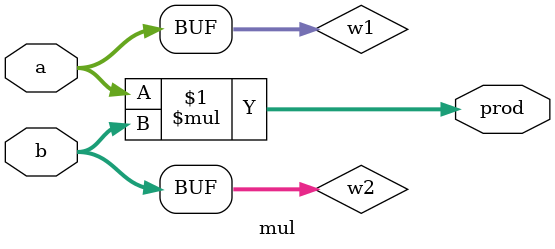
<source format=v>
module mul #(parameter DATA_WIDTH=0, parameter BIN_POS=0) (input wire signed [DATA_WIDTH-1:0] a, input wire signed [DATA_WIDTH-1:0] b, output wire signed [DATA_WIDTH-1:0] prod);
    wire signed [2*DATA_WIDTH-1:0] w1;
    wire signed [2*DATA_WIDTH-1:0] w2;

    assign w1 = a;
    assign w2 = b;

    assign prod = (w1 * w2) >>> BIN_POS;
endmodule


</source>
